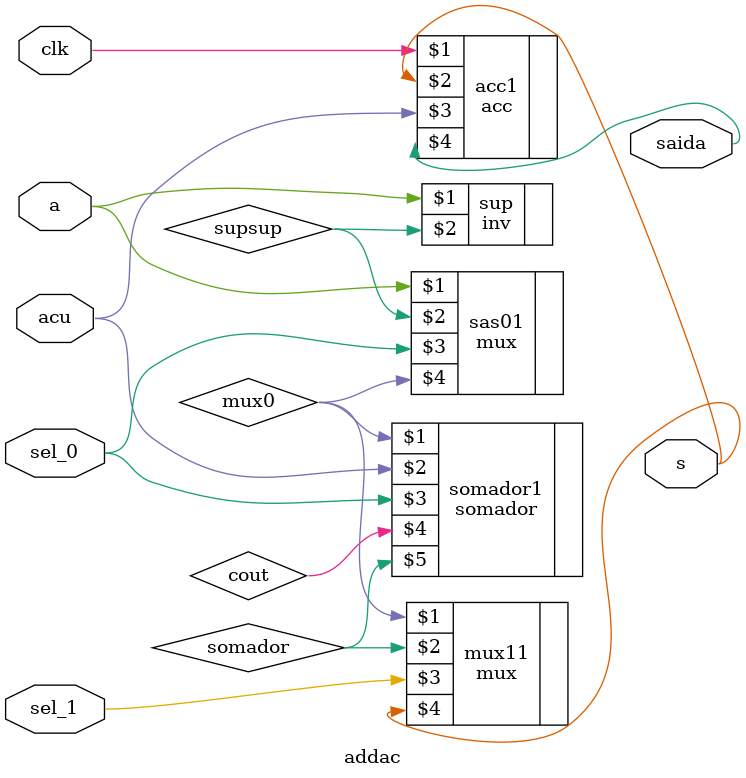
<source format=sv>
module addac(input logic sel_0, input logic sel_1, input logic a, input logic acu, input logic clk,output logic s, output logic saida);

 logic mux0, mux1, somador, cout, supsup;
 inv sup(a, supsup );
 mux sas01(a, supsup, sel_0, mux0);
 somador somador1(mux0, acu, sel_0, cout, somador);
 mux mux11(mux0, somador, sel_1, s);

 acc acc1(clk, s, acu, saida);
 
 endmodule 
</source>
